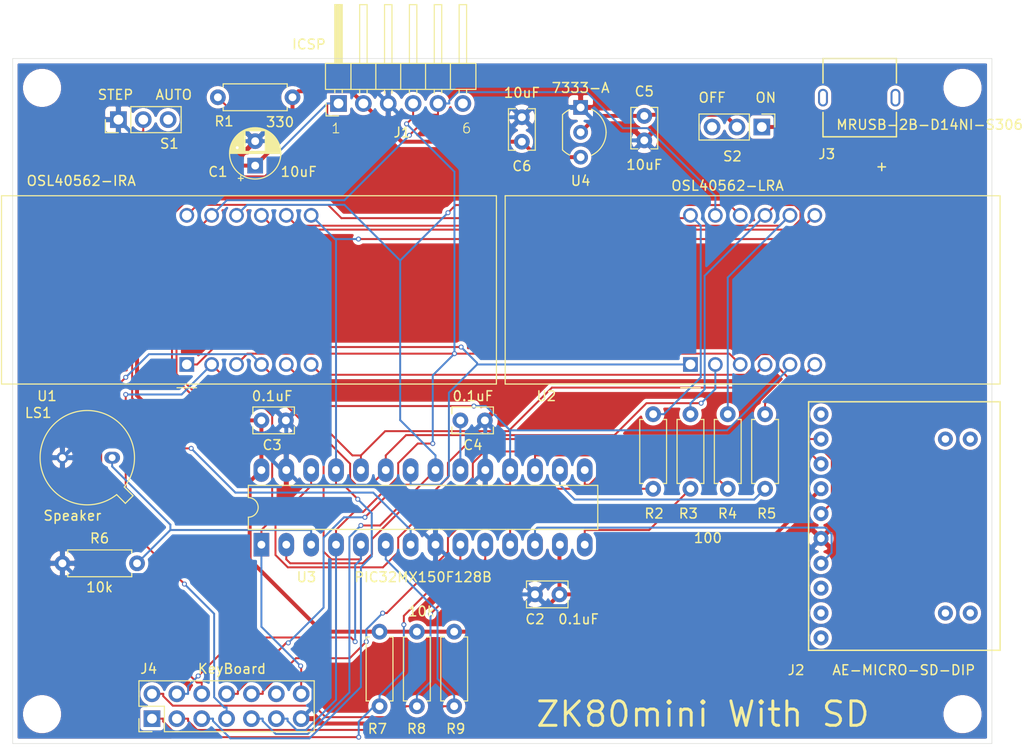
<source format=kicad_pcb>
(kicad_pcb (version 20171130) (host pcbnew "(5.1.9)-1")
  (layers (0 F.Cu signal) (31 B.Cu signal) (34 B.Paste user) (35 F.Paste user) (36 B.SilkS user) (37 F.SilkS user) (38 B.Mask user) (39 F.Mask user) (44 Edge.Cuts user))
  (net 0 "")
  (net 1 +3V3)
  (net 2 GND)
  (net 3 "Net-(C4-Pad1)")
  (net 4 "Net-(C5-Pad1)")
  (net 5 "Net-(J1-Pad1)")
  (net 6 "Net-(J1-Pad4)")
  (net 7 "Net-(J1-Pad5)")
  (net 8 "Net-(J2-Pad2)")
  (net 9 "Net-(J2-Pad3)")
  (net 10 "Net-(J2-Pad5)")
  (net 11 "Net-(J2-Pad7)")
  (net 12 "Net-(J3-Pad2)")
  (net 13 "Net-(J4-Pad1)")
  (net 14 "Net-(J4-Pad2)")
  (net 15 "Net-(J4-Pad3)")
  (net 16 "Net-(J4-Pad5)")
  (net 17 "Net-(J4-Pad6)")
  (net 18 "Net-(J4-Pad7)")
  (net 19 "Net-(J4-Pad8)")
  (net 20 "Net-(J4-Pad9)")
  (net 21 "Net-(J4-Pad10)")
  (net 22 "Net-(LS1-Pad1)")
  (net 23 "Net-(R2-Pad2)")
  (net 24 "Net-(R2-Pad1)")
  (net 25 "Net-(R3-Pad1)")
  (net 26 "Net-(R3-Pad2)")
  (net 27 "Net-(R4-Pad2)")
  (net 28 "Net-(R4-Pad1)")
  (net 29 "Net-(R5-Pad1)")
  (net 30 "Net-(R5-Pad2)")
  (net 31 "Net-(S1-Pad2)")
  (module MountingHole:MountingHole_3.2mm_M3 (layer F.Cu) (at 43 93)
    (fp_text reference MH4 hide)
    (fp_text value MountingHole_3.2mm_M3 hide)
    (pad 1 np_thru_hole circle (at 0 0) (size 3.2 3.2) (drill 3.2) (layers *.Cu *.Mask))
  )
  (module MountingHole:MountingHole_3.2mm_M3 (layer F.Cu) (at 137 93)
    (fp_text reference MH3 hide)
    (fp_text value MountingHole_3.2mm_M3 hide)
    (pad 1 np_thru_hole circle (at 0 0) (size 3.2 3.2) (drill 3.2) (layers *.Cu *.Mask))
  )
  (module MountingHole:MountingHole_3.2mm_M3 (layer F.Cu) (at 137 157)
    (fp_text reference MH2 hide)
    (fp_text value MountingHole_3.2mm_M3 hide)
    (pad 1 np_thru_hole circle (at 0 0) (size 3.2 3.2) (drill 3.2) (layers *.Cu *.Mask))
  )
  (module MountingHole:MountingHole_3.2mm_M3 (layer F.Cu) (at 43 157)
    (fp_text reference MH1 hide)
    (fp_text value MountingHole_3.2mm_M3 hide)
    (pad 1 np_thru_hole circle (at 0 0) (size 3.2 3.2) (drill 3.2) (layers *.Cu *.Mask))
  )
  (module Capacitor_THT:CP_Radial_D5.0mm_P2.50mm (layer F.Cu) (at 64.765 100.945 90)
    (fp_text reference C1 (at -0.635 -3.81) (layer F.SilkS))
    (fp_text value 10uF (at -0.635 4.445) (layer F.SilkS))
    (pad 1 thru_hole rect (at 0 0 90) (size 1.6 1.6) (drill 0.8) (layers *.Cu *.Mask) (net 1 +3V3))
    (pad 2 thru_hole circle (at 2.5 0 90) (size 1.6 1.6) (drill 0.8) (layers *.Cu *.Mask) (net 2 GND))
  )
  (module Capacitor_THT:C_Rect_L4.0mm_W2.5mm_P2.50mm (layer F.Cu) (at 93.34 144.76)
    (fp_text reference C2 (at 0 2.54) (layer F.SilkS))
    (fp_text value 0.1uF (at 4.445 2.54) (layer F.SilkS))
    (pad 1 thru_hole circle (at 0 0) (size 1.6 1.6) (drill 0.8) (layers *.Cu *.Mask) (net 2 GND))
    (pad 2 thru_hole circle (at 2.5 0) (size 1.6 1.6) (drill 0.8) (layers *.Cu *.Mask) (net 1 +3V3))
  )
  (module Capacitor_THT:C_Rect_L4.0mm_W2.5mm_P2.50mm (layer F.Cu) (at 65.4 126.98)
    (fp_text reference C3 (at 1.1 2.52) (layer F.SilkS))
    (fp_text value 0.1uF (at 1.1 -2.48) (layer F.SilkS))
    (pad 2 thru_hole circle (at 2.5 0) (size 1.6 1.6) (drill 0.8) (layers *.Cu *.Mask) (net 2 GND))
    (pad 1 thru_hole circle (at 0 0) (size 1.6 1.6) (drill 0.8) (layers *.Cu *.Mask) (net 1 +3V3))
  )
  (module Capacitor_THT:C_Rect_L4.0mm_W2.5mm_P2.50mm (layer F.Cu) (at 85.72 126.98)
    (fp_text reference C4 (at 1.28 2.52) (layer F.SilkS))
    (fp_text value 0.1uF (at 1.28 -2.48) (layer F.SilkS))
    (pad 1 thru_hole circle (at 0 0) (size 1.6 1.6) (drill 0.8) (layers *.Cu *.Mask) (net 3 "Net-(C4-Pad1)"))
    (pad 2 thru_hole circle (at 2.5 0) (size 1.6 1.6) (drill 0.8) (layers *.Cu *.Mask) (net 2 GND))
  )
  (module Capacitor_THT:C_Rect_L4.0mm_W2.5mm_P2.50mm (layer F.Cu) (at 104.5 95.865 270)
    (fp_text reference C5 (at -2.5 0 180) (layer F.SilkS))
    (fp_text value 10uF (at 5 0 180) (layer F.SilkS))
    (pad 2 thru_hole circle (at 2.5 0 270) (size 1.6 1.6) (drill 0.8) (layers *.Cu *.Mask) (net 2 GND))
    (pad 1 thru_hole circle (at 0 0 270) (size 1.6 1.6) (drill 0.8) (layers *.Cu *.Mask) (net 4 "Net-(C5-Pad1)"))
  )
  (module Capacitor_THT:C_Rect_L4.0mm_W2.5mm_P2.50mm (layer F.Cu) (at 92 98.5 90)
    (fp_text reference C6 (at -2.5 0 180) (layer F.SilkS))
    (fp_text value 10uF (at 5 0 180) (layer F.SilkS))
    (pad 1 thru_hole circle (at 0 0 90) (size 1.6 1.6) (drill 0.8) (layers *.Cu *.Mask) (net 1 +3V3))
    (pad 2 thru_hole circle (at 2.5 0 90) (size 1.6 1.6) (drill 0.8) (layers *.Cu *.Mask) (net 2 GND))
  )
  (module Connector_PinHeader_2.54mm:PinHeader_1x06_P2.54mm_Horizontal (layer F.Cu) (at 73.274 94.595 90)
    (fp_text reference J1 (at -2.96 6.48 180) (layer F.SilkS))
    (fp_text value ICSP (at 6.04 -3.02 180) (layer F.SilkS))
    (pad 1 thru_hole rect (at 0 0 90) (size 1.7 1.7) (drill 1) (layers *.Cu *.Mask) (net 5 "Net-(J1-Pad1)"))
    (pad 2 thru_hole oval (at 0 2.54 90) (size 1.7 1.7) (drill 1) (layers *.Cu *.Mask) (net 1 +3V3))
    (pad 3 thru_hole oval (at 0 5.08 90) (size 1.7 1.7) (drill 1) (layers *.Cu *.Mask) (net 2 GND))
    (pad 4 thru_hole oval (at 0 7.62 90) (size 1.7 1.7) (drill 1) (layers *.Cu *.Mask) (net 6 "Net-(J1-Pad4)"))
    (pad 5 thru_hole oval (at 0 10.16 90) (size 1.7 1.7) (drill 1) (layers *.Cu *.Mask) (net 7 "Net-(J1-Pad5)"))
    (pad 6 thru_hole oval (at 0 12.7 90) (size 1.7 1.7) (drill 1) (layers *.Cu *.Mask))
  )
  (module KUT_Connector:AE-MICRO-SD-DIP (layer F.Cu) (at 130.17 137.775 90)
    (fp_text reference J2 (at -14.725 -10.17 180) (layer F.SilkS))
    (fp_text value AE-MICRO-SD-DIP (at -14.725 0.83 180) (layer F.SilkS))
    (pad 1 thru_hole circle (at 11.43 -7.62 90) (size 1.524 1.524) (drill 0.762) (layers *.Cu *.Mask))
    (pad 2 thru_hole circle (at 8.89 -7.62 90) (size 1.524 1.524) (drill 0.762) (layers *.Cu *.Mask) (net 8 "Net-(J2-Pad2)"))
    (pad 3 thru_hole circle (at 6.35 -7.62 90) (size 1.524 1.524) (drill 0.762) (layers *.Cu *.Mask) (net 9 "Net-(J2-Pad3)"))
    (pad 4 thru_hole circle (at 3.81 -7.62 90) (size 1.524 1.524) (drill 0.762) (layers *.Cu *.Mask) (net 1 +3V3))
    (pad 5 thru_hole circle (at 1.27 -7.62 90) (size 1.524 1.524) (drill 0.762) (layers *.Cu *.Mask) (net 10 "Net-(J2-Pad5)"))
    (pad 6 thru_hole circle (at -1.27 -7.62 90) (size 1.524 1.524) (drill 0.762) (layers *.Cu *.Mask) (net 2 GND))
    (pad 7 thru_hole circle (at -3.81 -7.62 90) (size 1.524 1.524) (drill 0.762) (layers *.Cu *.Mask) (net 11 "Net-(J2-Pad7)"))
    (pad 8 thru_hole circle (at -6.35 -7.62 90) (size 1.524 1.524) (drill 0.762) (layers *.Cu *.Mask))
    (pad 9 thru_hole circle (at -8.89 -7.62 90) (size 1.524 1.524) (drill 0.762) (layers *.Cu *.Mask))
    (pad 10 thru_hole circle (at -11.43 -7.62 90) (size 1.524 1.524) (drill 0.762) (layers *.Cu *.Mask))
    (pad "" thru_hole circle (at 8.89 5.08 90) (size 1.524 1.524) (drill 0.762) (layers *.Cu *.Mask))
    (pad "" thru_hole circle (at 8.89 7.62 90) (size 1.524 1.524) (drill 0.762) (layers *.Cu *.Mask))
    (pad "" thru_hole circle (at -8.89 5.08 90) (size 1.524 1.524) (drill 0.762) (layers *.Cu *.Mask))
    (pad "" thru_hole circle (at -8.89 7.62 90) (size 1.524 1.524) (drill 0.762) (layers *.Cu *.Mask))
  )
  (module vsrAkizuki:MRUSB-2B-D14NI-S306 (layer F.Cu) (at 126.5 94)
    (fp_text reference J3 (at -3.36 5.77) (layer F.SilkS))
    (fp_text value MRUSB-2B-D14NI-S306 (at 7.14 2.77) (layer F.SilkS))
    (fp_text user + (at 2.25 7) (layer F.SilkS))
    (pad "" thru_hole oval (at -3.75 0) (size 1 1.8) (drill oval 0.6 1.4) (layers *.Cu *.Mask))
    (pad "" thru_hole oval (at 3.65 0) (size 1 1.8) (drill oval 0.6 1.4) (layers *.Cu *.Mask))
    (pad 1 smd rect (at -1.2 5.5) (size 0.7 3) (layers F.Cu F.Paste F.Mask) (net 2 GND))
    (pad 2 smd rect (at 1.2 5.5) (size 0.7 3) (layers F.Cu F.Paste F.Mask) (net 12 "Net-(J3-Pad2)"))
  )
  (module Connector_PinHeader_2.54mm:PinHeader_2x07_P2.54mm_Vertical (layer F.Cu) (at 54.224 157.46 90)
    (fp_text reference J4 (at 5.095 -0.335 180) (layer F.SilkS))
    (fp_text value KeyBoard (at 5.095 8.165 180) (layer F.SilkS))
    (pad 1 thru_hole rect (at 0 0 90) (size 1.7 1.7) (drill 1) (layers *.Cu *.Mask) (net 13 "Net-(J4-Pad1)"))
    (pad 2 thru_hole oval (at 2.54 0 90) (size 1.7 1.7) (drill 1) (layers *.Cu *.Mask) (net 14 "Net-(J4-Pad2)"))
    (pad 3 thru_hole oval (at 0 2.54 90) (size 1.7 1.7) (drill 1) (layers *.Cu *.Mask) (net 15 "Net-(J4-Pad3)"))
    (pad 4 thru_hole oval (at 2.54 2.54 90) (size 1.7 1.7) (drill 1) (layers *.Cu *.Mask) (net 7 "Net-(J1-Pad5)"))
    (pad 5 thru_hole oval (at 0 5.08 90) (size 1.7 1.7) (drill 1) (layers *.Cu *.Mask) (net 16 "Net-(J4-Pad5)"))
    (pad 6 thru_hole oval (at 2.54 5.08 90) (size 1.7 1.7) (drill 1) (layers *.Cu *.Mask) (net 17 "Net-(J4-Pad6)"))
    (pad 7 thru_hole oval (at 0 7.62 90) (size 1.7 1.7) (drill 1) (layers *.Cu *.Mask) (net 18 "Net-(J4-Pad7)"))
    (pad 8 thru_hole oval (at 2.54 7.62 90) (size 1.7 1.7) (drill 1) (layers *.Cu *.Mask) (net 19 "Net-(J4-Pad8)"))
    (pad 9 thru_hole oval (at 0 10.16 90) (size 1.7 1.7) (drill 1) (layers *.Cu *.Mask) (net 20 "Net-(J4-Pad9)"))
    (pad 10 thru_hole oval (at 2.54 10.16 90) (size 1.7 1.7) (drill 1) (layers *.Cu *.Mask) (net 21 "Net-(J4-Pad10)"))
    (pad 11 thru_hole oval (at 0 12.7 90) (size 1.7 1.7) (drill 1) (layers *.Cu *.Mask) (net 6 "Net-(J1-Pad4)"))
    (pad 12 thru_hole oval (at 2.54 12.7 90) (size 1.7 1.7) (drill 1) (layers *.Cu *.Mask))
    (pad 13 thru_hole oval (at 0 15.24 90) (size 1.7 1.7) (drill 1) (layers *.Cu *.Mask) (net 2 GND))
    (pad 14 thru_hole oval (at 2.54 15.24 90) (size 1.7 1.7) (drill 1) (layers *.Cu *.Mask) (net 5 "Net-(J1-Pad1)"))
  )
  (module Package_TO_SOT_THT:TO-5-2 (layer F.Cu) (at 50.16 130.79 180)
    (fp_text reference LS1 (at 7.555 4.575) (layer F.SilkS))
    (fp_text value Speaker (at 4.055 -5.925) (layer F.SilkS))
    (pad 1 thru_hole oval (at 0 0 180) (size 1.6 1.2) (drill 0.7) (layers *.Cu *.Mask) (net 22 "Net-(LS1-Pad1)"))
    (pad 2 thru_hole oval (at 5.08 0 180) (size 1.2 1.2) (drill 0.7) (layers *.Cu *.Mask) (net 2 GND))
  )
  (module Resistor_THT:R_Axial_DIN0207_L6.3mm_D2.5mm_P7.62mm_Horizontal (layer F.Cu) (at 60.955 93.96)
    (fp_text reference R1 (at 0.635 2.46) (layer F.SilkS))
    (fp_text value 330 (at 6.35 2.54) (layer F.SilkS))
    (pad 1 thru_hole circle (at 0 0) (size 1.6 1.6) (drill 0.8) (layers *.Cu *.Mask) (net 5 "Net-(J1-Pad1)"))
    (pad 2 thru_hole oval (at 7.62 0) (size 1.6 1.6) (drill 0.8) (layers *.Cu *.Mask) (net 1 +3V3))
  )
  (module Resistor_THT:R_Axial_DIN0207_L6.3mm_D2.5mm_P7.62mm_Horizontal (layer F.Cu) (at 105.405 133.965 90)
    (fp_text reference R2 (at -2.535 0.095 180) (layer F.SilkS))
    (fp_text value 100 (at -5.035 5.595 180) (layer F.SilkS))
    (pad 2 thru_hole oval (at 7.62 0 90) (size 1.6 1.6) (drill 0.8) (layers *.Cu *.Mask) (net 23 "Net-(R2-Pad2)"))
    (pad 1 thru_hole circle (at 0 0 90) (size 1.6 1.6) (drill 0.8) (layers *.Cu *.Mask) (net 24 "Net-(R2-Pad1)"))
  )
  (module Resistor_THT:R_Axial_DIN0207_L6.3mm_D2.5mm_P7.62mm_Horizontal (layer F.Cu) (at 109.215 133.965 90)
    (fp_text reference R3 (at -2.535 -0.215 180) (layer F.SilkS))
    (fp_text value 100)
    (pad 1 thru_hole circle (at 0 0 90) (size 1.6 1.6) (drill 0.8) (layers *.Cu *.Mask) (net 25 "Net-(R3-Pad1)"))
    (pad 2 thru_hole oval (at 7.62 0 90) (size 1.6 1.6) (drill 0.8) (layers *.Cu *.Mask) (net 26 "Net-(R3-Pad2)"))
  )
  (module Resistor_THT:R_Axial_DIN0207_L6.3mm_D2.5mm_P7.62mm_Horizontal (layer F.Cu) (at 113.025 133.965 90)
    (fp_text reference R4 (at -2.535 -0.025 180) (layer F.SilkS))
    (fp_text value 100)
    (pad 2 thru_hole oval (at 7.62 0 90) (size 1.6 1.6) (drill 0.8) (layers *.Cu *.Mask) (net 27 "Net-(R4-Pad2)"))
    (pad 1 thru_hole circle (at 0 0 90) (size 1.6 1.6) (drill 0.8) (layers *.Cu *.Mask) (net 28 "Net-(R4-Pad1)"))
  )
  (module Resistor_THT:R_Axial_DIN0207_L6.3mm_D2.5mm_P7.62mm_Horizontal (layer F.Cu) (at 116.835 133.965 90)
    (fp_text reference R5 (at -2.535 0.165 180) (layer F.SilkS))
    (fp_text value 100)
    (pad 1 thru_hole circle (at 0 0 90) (size 1.6 1.6) (drill 0.8) (layers *.Cu *.Mask) (net 29 "Net-(R5-Pad1)"))
    (pad 2 thru_hole oval (at 7.62 0 90) (size 1.6 1.6) (drill 0.8) (layers *.Cu *.Mask) (net 30 "Net-(R5-Pad2)"))
  )
  (module Resistor_THT:R_Axial_DIN0207_L6.3mm_D2.5mm_P7.62mm_Horizontal (layer F.Cu) (at 52.7 141.585 180)
    (fp_text reference R6 (at 3.825 2.55) (layer F.SilkS))
    (fp_text value 10k (at 3.825 -2.45) (layer F.SilkS))
    (pad 1 thru_hole circle (at 0 0 180) (size 1.6 1.6) (drill 0.8) (layers *.Cu *.Mask) (net 22 "Net-(LS1-Pad1)"))
    (pad 2 thru_hole oval (at 7.62 0 180) (size 1.6 1.6) (drill 0.8) (layers *.Cu *.Mask) (net 2 GND))
  )
  (module Resistor_THT:R_Axial_DIN0207_L6.3mm_D2.5mm_P7.62mm_Horizontal (layer F.Cu) (at 77.465 148.57 270)
    (fp_text reference R7 (at 9.93 0.22) (layer F.SilkS))
    (fp_text value 10k (at -2.07 -4.28) (layer F.SilkS))
    (pad 2 thru_hole oval (at 7.62 0 270) (size 1.6 1.6) (drill 0.8) (layers *.Cu *.Mask) (net 13 "Net-(J4-Pad1)"))
    (pad 1 thru_hole circle (at 0 0 270) (size 1.6 1.6) (drill 0.8) (layers *.Cu *.Mask) (net 1 +3V3))
  )
  (module Resistor_THT:R_Axial_DIN0207_L6.3mm_D2.5mm_P7.62mm_Horizontal (layer F.Cu) (at 81.275 148.57 270)
    (fp_text reference R8 (at 9.93 0.03) (layer F.SilkS))
    (fp_text value 10k)
    (pad 1 thru_hole circle (at 0 0 270) (size 1.6 1.6) (drill 0.8) (layers *.Cu *.Mask) (net 1 +3V3))
    (pad 2 thru_hole oval (at 7.62 0 270) (size 1.6 1.6) (drill 0.8) (layers *.Cu *.Mask) (net 14 "Net-(J4-Pad2)"))
  )
  (module Resistor_THT:R_Axial_DIN0207_L6.3mm_D2.5mm_P7.62mm_Horizontal (layer F.Cu) (at 85.085 148.57 270)
    (fp_text reference R9 (at 9.93 -0.16) (layer F.SilkS))
    (fp_text value 10k)
    (pad 2 thru_hole oval (at 7.62 0 270) (size 1.6 1.6) (drill 0.8) (layers *.Cu *.Mask) (net 15 "Net-(J4-Pad3)"))
    (pad 1 thru_hole circle (at 0 0 270) (size 1.6 1.6) (drill 0.8) (layers *.Cu *.Mask) (net 1 +3V3))
  )
  (module Connector_PinHeader_2.54mm:PinHeader_1x03_P2.54mm_Vertical (layer F.Cu) (at 50.795 96.246 90)
    (fp_text reference S1 (at -2.46 5.205 180) (layer F.SilkS))
    (fp_text value "STEP   AUTO" (at 2.54 2.705 180) (layer F.SilkS))
    (pad 3 thru_hole oval (at 0 5.08 90) (size 1.7 1.7) (drill 1) (layers *.Cu *.Mask))
    (pad 2 thru_hole oval (at 0 2.54 90) (size 1.7 1.7) (drill 1) (layers *.Cu *.Mask) (net 31 "Net-(S1-Pad2)"))
    (pad 1 thru_hole rect (at 0 0 90) (size 1.7 1.7) (drill 1) (layers *.Cu *.Mask) (net 2 GND))
  )
  (module Connector_PinHeader_2.54mm:PinHeader_1x03_P2.54mm_Vertical (layer F.Cu) (at 116.5 97 270)
    (fp_text reference S2 (at 3 3) (layer F.SilkS))
    (fp_text value "OFF    ON" (at -3 2.5) (layer F.SilkS))
    (pad 1 thru_hole rect (at 0 0 270) (size 1.7 1.7) (drill 1) (layers *.Cu *.Mask) (net 12 "Net-(J3-Pad2)"))
    (pad 2 thru_hole oval (at 0 2.54 270) (size 1.7 1.7) (drill 1) (layers *.Cu *.Mask) (net 4 "Net-(C5-Pad1)"))
    (pad 3 thru_hole oval (at 0 5.08 270) (size 1.7 1.7) (drill 1) (layers *.Cu *.Mask))
  )
  (module Display_7Segment:CA56-12EWA (layer F.Cu) (at 57.78 121.265 90)
    (fp_text reference U1 (at -3.235 -14.28 180) (layer F.SilkS))
    (fp_text value OSL40562-IRA (at 18.765 -10.78 180) (layer F.SilkS))
    (pad 12 thru_hole circle (at 15.24 0 90) (size 1.5 1.5) (drill 1) (layers *.Cu *.Mask) (net 23 "Net-(R2-Pad2)"))
    (pad 11 thru_hole circle (at 15.24 2.54 90) (size 1.5 1.5) (drill 1) (layers *.Cu *.Mask) (net 7 "Net-(J1-Pad5)"))
    (pad 10 thru_hole circle (at 15.24 5.08 90) (size 1.5 1.5) (drill 1) (layers *.Cu *.Mask) (net 20 "Net-(J4-Pad9)"))
    (pad 9 thru_hole circle (at 15.24 7.62 90) (size 1.5 1.5) (drill 1) (layers *.Cu *.Mask) (net 26 "Net-(R3-Pad2)"))
    (pad 8 thru_hole circle (at 15.24 10.16 90) (size 1.5 1.5) (drill 1) (layers *.Cu *.Mask) (net 27 "Net-(R4-Pad2)"))
    (pad 7 thru_hole circle (at 15.24 12.7 90) (size 1.5 1.5) (drill 1) (layers *.Cu *.Mask) (net 16 "Net-(J4-Pad5)"))
    (pad 6 thru_hole circle (at 0 12.7 90) (size 1.5 1.5) (drill 1) (layers *.Cu *.Mask) (net 30 "Net-(R5-Pad2)"))
    (pad 5 thru_hole circle (at 0 10.16 90) (size 1.5 1.5) (drill 1) (layers *.Cu *.Mask) (net 21 "Net-(J4-Pad10)"))
    (pad 4 thru_hole circle (at 0 7.62 90) (size 1.5 1.5) (drill 1) (layers *.Cu *.Mask) (net 17 "Net-(J4-Pad6)"))
    (pad 3 thru_hole circle (at 0 5.08 90) (size 1.5 1.5) (drill 1) (layers *.Cu *.Mask) (net 6 "Net-(J1-Pad4)"))
    (pad 2 thru_hole circle (at 0 2.54 90) (size 1.5 1.5) (drill 1) (layers *.Cu *.Mask) (net 18 "Net-(J4-Pad7)"))
    (pad 1 thru_hole rect (at 0 0 90) (size 1.5 1.5) (drill 1) (layers *.Cu *.Mask) (net 19 "Net-(J4-Pad8)"))
  )
  (module Display_7Segment:CA56-12EWA (layer F.Cu) (at 109.215 121.265 90)
    (fp_text reference U2 (at -3.235 -14.715 180) (layer F.SilkS))
    (fp_text value OSL40562-LRA (at 18.265 3.785 180) (layer F.SilkS))
    (pad 1 thru_hole rect (at 0 0 90) (size 1.5 1.5) (drill 1) (layers *.Cu *.Mask) (net 19 "Net-(J4-Pad8)"))
    (pad 2 thru_hole circle (at 0 2.54 90) (size 1.5 1.5) (drill 1) (layers *.Cu *.Mask) (net 18 "Net-(J4-Pad7)"))
    (pad 3 thru_hole circle (at 0 5.08 90) (size 1.5 1.5) (drill 1) (layers *.Cu *.Mask) (net 6 "Net-(J1-Pad4)"))
    (pad 4 thru_hole circle (at 0 7.62 90) (size 1.5 1.5) (drill 1) (layers *.Cu *.Mask) (net 17 "Net-(J4-Pad6)"))
    (pad 5 thru_hole circle (at 0 10.16 90) (size 1.5 1.5) (drill 1) (layers *.Cu *.Mask) (net 21 "Net-(J4-Pad10)"))
    (pad 6 thru_hole circle (at 0 12.7 90) (size 1.5 1.5) (drill 1) (layers *.Cu *.Mask) (net 30 "Net-(R5-Pad2)"))
    (pad 7 thru_hole circle (at 15.24 12.7 90) (size 1.5 1.5) (drill 1) (layers *.Cu *.Mask) (net 16 "Net-(J4-Pad5)"))
    (pad 8 thru_hole circle (at 15.24 10.16 90) (size 1.5 1.5) (drill 1) (layers *.Cu *.Mask) (net 27 "Net-(R4-Pad2)"))
    (pad 9 thru_hole circle (at 15.24 7.62 90) (size 1.5 1.5) (drill 1) (layers *.Cu *.Mask) (net 26 "Net-(R3-Pad2)"))
    (pad 10 thru_hole circle (at 15.24 5.08 90) (size 1.5 1.5) (drill 1) (layers *.Cu *.Mask) (net 20 "Net-(J4-Pad9)"))
    (pad 11 thru_hole circle (at 15.24 2.54 90) (size 1.5 1.5) (drill 1) (layers *.Cu *.Mask) (net 7 "Net-(J1-Pad5)"))
    (pad 12 thru_hole circle (at 15.24 0 90) (size 1.5 1.5) (drill 1) (layers *.Cu *.Mask) (net 23 "Net-(R2-Pad2)"))
  )
  (module Package_DIP:DIP-28_W7.62mm_LongPads (layer F.Cu) (at 65.4 139.68 90)
    (fp_text reference U3 (at -3.32 4.6 180) (layer F.SilkS))
    (fp_text value PIC32MX150F128B (at -3.32 16.51 180) (layer F.SilkS))
    (pad 1 thru_hole rect (at 0 0 90) (size 2.4 1.6) (drill 0.8) (layers *.Cu *.Mask) (net 5 "Net-(J1-Pad1)"))
    (pad 15 thru_hole oval (at 7.62 33.02 90) (size 2.4 1.6) (drill 0.8) (layers *.Cu *.Mask) (net 28 "Net-(R4-Pad1)"))
    (pad 2 thru_hole oval (at 0 2.54 90) (size 2.4 1.6) (drill 0.8) (layers *.Cu *.Mask) (net 8 "Net-(J2-Pad2)"))
    (pad 16 thru_hole oval (at 7.62 30.48 90) (size 2.4 1.6) (drill 0.8) (layers *.Cu *.Mask) (net 29 "Net-(R5-Pad1)"))
    (pad 3 thru_hole oval (at 0 5.08 90) (size 2.4 1.6) (drill 0.8) (layers *.Cu *.Mask) (net 22 "Net-(LS1-Pad1)"))
    (pad 17 thru_hole oval (at 7.62 27.94 90) (size 2.4 1.6) (drill 0.8) (layers *.Cu *.Mask) (net 9 "Net-(J2-Pad3)"))
    (pad 4 thru_hole oval (at 0 7.62 90) (size 2.4 1.6) (drill 0.8) (layers *.Cu *.Mask) (net 6 "Net-(J1-Pad4)"))
    (pad 18 thru_hole oval (at 7.62 25.4 90) (size 2.4 1.6) (drill 0.8) (layers *.Cu *.Mask) (net 21 "Net-(J4-Pad10)"))
    (pad 5 thru_hole oval (at 0 10.16 90) (size 2.4 1.6) (drill 0.8) (layers *.Cu *.Mask) (net 7 "Net-(J1-Pad5)"))
    (pad 19 thru_hole oval (at 7.62 22.86 90) (size 2.4 1.6) (drill 0.8) (layers *.Cu *.Mask) (net 2 GND))
    (pad 6 thru_hole oval (at 0 12.7 90) (size 2.4 1.6) (drill 0.8) (layers *.Cu *.Mask) (net 15 "Net-(J4-Pad3)"))
    (pad 20 thru_hole oval (at 7.62 20.32 90) (size 2.4 1.6) (drill 0.8) (layers *.Cu *.Mask) (net 3 "Net-(C4-Pad1)"))
    (pad 7 thru_hole oval (at 0 15.24 90) (size 2.4 1.6) (drill 0.8) (layers *.Cu *.Mask) (net 31 "Net-(S1-Pad2)"))
    (pad 21 thru_hole oval (at 7.62 17.78 90) (size 2.4 1.6) (drill 0.8) (layers *.Cu *.Mask) (net 20 "Net-(J4-Pad9)"))
    (pad 8 thru_hole oval (at 0 17.78 90) (size 2.4 1.6) (drill 0.8) (layers *.Cu *.Mask) (net 2 GND))
    (pad 22 thru_hole oval (at 7.62 15.24 90) (size 2.4 1.6) (drill 0.8) (layers *.Cu *.Mask) (net 19 "Net-(J4-Pad8)"))
    (pad 9 thru_hole oval (at 0 20.32 90) (size 2.4 1.6) (drill 0.8) (layers *.Cu *.Mask) (net 13 "Net-(J4-Pad1)"))
    (pad 23 thru_hole oval (at 7.62 12.7 90) (size 2.4 1.6) (drill 0.8) (layers *.Cu *.Mask) (net 18 "Net-(J4-Pad7)"))
    (pad 10 thru_hole oval (at 0 22.86 90) (size 2.4 1.6) (drill 0.8) (layers *.Cu *.Mask) (net 14 "Net-(J4-Pad2)"))
    (pad 24 thru_hole oval (at 7.62 10.16 90) (size 2.4 1.6) (drill 0.8) (layers *.Cu *.Mask) (net 17 "Net-(J4-Pad6)"))
    (pad 11 thru_hole oval (at 0 25.4 90) (size 2.4 1.6) (drill 0.8) (layers *.Cu *.Mask) (net 24 "Net-(R2-Pad1)"))
    (pad 25 thru_hole oval (at 7.62 7.62 90) (size 2.4 1.6) (drill 0.8) (layers *.Cu *.Mask) (net 16 "Net-(J4-Pad5)"))
    (pad 12 thru_hole oval (at 0 27.94 90) (size 2.4 1.6) (drill 0.8) (layers *.Cu *.Mask) (net 11 "Net-(J2-Pad7)"))
    (pad 26 thru_hole oval (at 7.62 5.08 90) (size 2.4 1.6) (drill 0.8) (layers *.Cu *.Mask) (net 10 "Net-(J2-Pad5)"))
    (pad 13 thru_hole oval (at 0 30.48 90) (size 2.4 1.6) (drill 0.8) (layers *.Cu *.Mask) (net 1 +3V3))
    (pad 27 thru_hole oval (at 7.62 2.54 90) (size 2.4 1.6) (drill 0.8) (layers *.Cu *.Mask) (net 2 GND))
    (pad 14 thru_hole oval (at 0 33.02 90) (size 2.4 1.6) (drill 0.8) (layers *.Cu *.Mask) (net 25 "Net-(R3-Pad1)"))
    (pad 28 thru_hole oval (at 7.62 0 90) (size 2.4 1.6) (drill 0.8) (layers *.Cu *.Mask) (net 1 +3V3))
  )
  (module Package_TO_SOT_THT:TO-92_Inline_Wide (layer F.Cu) (at 98 95 270)
    (fp_text reference U4 (at 7.5 0) (layer F.SilkS))
    (fp_text value 7333-A (at -2 0) (layer F.SilkS))
    (pad 2 thru_hole circle (at 2.54 0 270) (size 1.5 1.5) (drill 0.8) (layers *.Cu *.Mask) (net 4 "Net-(C5-Pad1)"))
    (pad 3 thru_hole circle (at 5.08 0 270) (size 1.5 1.5) (drill 0.8) (layers *.Cu *.Mask) (net 1 +3V3))
    (pad 1 thru_hole rect (at 0 0 270) (size 1.5 1.5) (drill 0.8) (layers *.Cu *.Mask) (net 2 GND))
  )
  (gr_text 6 (at 86.355 97.135) (layer F.SilkS) (effects (font (size 1 1) (thickness 0.1))))
  (gr_text 1 (at 73.02 97.135) (layer F.SilkS) (effects (font (size 1 1) (thickness 0.1))))
  (gr_text "ZK80mini With SD" (at 110.485 157) (layer F.SilkS) (effects (font (size 2.5 2.5) (thickness 0.3))))
  (gr_line (start 40 90) (end 40 160) (angle 90) (layer Edge.Cuts) (width 0.05))
  (gr_line (start 140 90) (end 40 90) (angle 90) (layer Edge.Cuts) (width 0.05))
  (gr_line (start 140 160) (end 140 90) (angle 90) (layer Edge.Cuts) (width 0.05))
  (gr_line (start 40 160) (end 140 160) (layer Edge.Cuts) (width 0.05))
  (segment (start 81.275 148.57) (end 85.085 148.57) (width 0.4) (layer F.Cu) (net 1))
  (segment (start 77.465 148.57) (end 81.275 148.57) (width 0.4) (layer F.Cu) (net 1))
  (segment (start 95.84 144.76) (end 111.755 144.76) (width 0.4) (layer F.Cu) (net 1))
  (segment (start 111.755 144.76) (end 122.55 133.965) (width 0.4) (layer F.Cu) (net 1))
  (segment (start 95.84 144.76) (end 95.84 139.72) (width 0.4) (layer F.Cu) (net 1))
  (segment (start 95.84 139.72) (end 95.88 139.68) (width 0.4) (layer F.Cu) (net 1))
  (segment (start 85.085 148.57) (end 92.03 148.57) (width 0.4) (layer F.Cu) (net 1))
  (segment (start 92.03 148.57) (end 95.84 144.76) (width 0.4) (layer F.Cu) (net 1))
  (segment (start 65.4 132.06) (end 64.2 133.26) (width 0.4) (layer F.Cu) (net 1))
  (segment (start 64.2 133.26) (end 64.2 141.2) (width 0.4) (layer F.Cu) (net 1))
  (segment (start 64.2 141.2) (end 71.57 148.57) (width 0.4) (layer F.Cu) (net 1))
  (segment (start 71.57 148.57) (end 77.465 148.57) (width 0.4) (layer F.Cu) (net 1))
  (segment (start 65.4 126.98) (end 65.4 132.06) (width 0.4) (layer F.Cu) (net 1))
  (segment (start 64.765 100.945) (end 55.24 100.945) (width 0.4) (layer F.Cu) (net 1))
  (segment (start 55.24 100.945) (end 52.7 103.485) (width 0.4) (layer F.Cu) (net 1))
  (segment (start 52.7 103.485) (end 52.7 124.44) (width 0.4) (layer F.Cu) (net 1))
  (segment (start 52.7 124.44) (end 55.24 126.98) (width 0.4) (layer F.Cu) (net 1))
  (segment (start 55.24 126.98) (end 65.4 126.98) (width 0.4) (layer F.Cu) (net 1))
  (segment (start 68.575 93.96) (end 68.575 97.135) (width 0.4) (layer F.Cu) (net 1))
  (segment (start 68.575 97.135) (end 64.765 100.945) (width 0.4) (layer F.Cu) (net 1))
  (segment (start 75.814 94.595) (end 74.564 93.345) (width 0.4) (layer F.Cu) (net 1))
  (segment (start 74.564 93.345) (end 69.19 93.345) (width 0.4) (layer F.Cu) (net 1))
  (segment (start 69.19 93.345) (end 68.575 93.96) (width 0.4) (layer F.Cu) (net 1))
  (segment (start 92 98.5) (end 79.719 98.5) (width 0.4) (layer F.Cu) (net 1))
  (segment (start 79.719 98.5) (end 75.814 94.595) (width 0.4) (layer F.Cu) (net 1))
  (segment (start 98 100.08) (end 93.58 100.08) (width 0.4) (layer F.Cu) (net 1))
  (segment (start 93.58 100.08) (end 92 98.5) (width 0.4) (layer F.Cu) (net 1))
  (segment (start 45.08 141.585) (end 46.28 142.785) (width 0.4) (layer B.Cu) (net 2))
  (segment (start 46.28 142.785) (end 59.179 142.785) (width 0.4) (layer B.Cu) (net 2))
  (segment (start 59.179 142.785) (end 70.714 154.32) (width 0.4) (layer B.Cu) (net 2))
  (segment (start 70.714 154.32) (end 70.714 156.21) (width 0.4) (layer B.Cu) (net 2))
  (segment (start 70.714 156.21) (end 69.464 157.46) (width 0.4) (layer B.Cu) (net 2))
  (segment (start 93.34 144.76) (end 94.54 145.96) (width 0.4) (layer B.Cu) (net 2))
  (segment (start 94.54 145.96) (end 115.635 145.96) (width 0.4) (layer B.Cu) (net 2))
  (segment (start 115.635 145.96) (end 122.55 139.045) (width 0.4) (layer B.Cu) (net 2))
  (segment (start 83.18 139.68) (end 88.26 144.76) (width 0.4) (layer B.Cu) (net 2))
  (segment (start 88.26 144.76) (end 93.34 144.76) (width 0.4) (layer B.Cu) (net 2))
  (segment (start 88.26 132.06) (end 88.26 127.02) (width 0.4) (layer B.Cu) (net 2))
  (segment (start 88.26 127.02) (end 88.22 126.98) (width 0.4) (layer B.Cu) (net 2))
  (segment (start 83.18 139.68) (end 83.18 137.14) (width 0.4) (layer B.Cu) (net 2))
  (segment (start 83.18 137.14) (end 88.26 132.06) (width 0.4) (layer B.Cu) (net 2))
  (segment (start 67.94 132.06) (end 69.54 133.66) (width 0.4) (layer B.Cu) (net 2))
  (segment (start 69.54 133.66) (end 77.16 133.66) (width 0.4) (layer B.Cu) (net 2))
  (segment (start 77.16 133.66) (end 83.18 139.68) (width 0.4) (layer B.Cu) (net 2))
  (segment (start 67.94 132.06) (end 67.94 127.02) (width 0.4) (layer B.Cu) (net 2))
  (segment (start 67.94 127.02) (end 67.9 126.98) (width 0.4) (layer B.Cu) (net 2))
  (segment (start 50.795 125.075) (end 60.5121 125.075) (width 0.4) (layer B.Cu) (net 2))
  (segment (start 60.5121 125.075) (end 67.4971 132.06) (width 0.4) (layer B.Cu) (net 2))
  (segment (start 67.4971 132.06) (end 67.94 132.06) (width 0.4) (layer B.Cu) (net 2))
  (segment (start 45.08 130.79) (end 45.08 141.585) (width 0.4) (layer B.Cu) (net 2))
  (segment (start 50.795 96.246) (end 50.795 125.075) (width 0.4) (layer B.Cu) (net 2))
  (segment (start 50.795 125.075) (end 45.08 130.79) (width 0.4) (layer B.Cu) (net 2))
  (segment (start 64.765 98.445) (end 52.994 98.445) (width 0.4) (layer B.Cu) (net 2))
  (segment (start 52.994 98.445) (end 50.795 96.246) (width 0.4) (layer B.Cu) (net 2))
  (segment (start 78.354 94.595) (end 77.104 93.345) (width 0.4) (layer B.Cu) (net 2))
  (segment (start 77.104 93.345) (end 70.9964 93.345) (width 0.4) (layer B.Cu) (net 2))
  (segment (start 70.9964 93.345) (end 65.8964 98.445) (width 0.4) (layer B.Cu) (net 2))
  (segment (start 65.8964 98.445) (end 64.765 98.445) (width 0.4) (layer B.Cu) (net 2))
  (segment (start 92 96) (end 79.759 96) (width 0.4) (layer B.Cu) (net 2))
  (segment (start 79.759 96) (end 78.354 94.595) (width 0.4) (layer B.Cu) (net 2))
  (segment (start 98 95) (end 93 95) (width 0.4) (layer B.Cu) (net 2))
  (segment (start 93 95) (end 92 96) (width 0.4) (layer B.Cu) (net 2))
  (segment (start 104.5 98.365) (end 101.365 98.365) (width 0.4) (layer B.Cu) (net 2))
  (segment (start 101.365 98.365) (end 98 95) (width 0.4) (layer B.Cu) (net 2))
  (segment (start 125.3 99.5) (end 105.635 99.5) (width 0.4) (layer F.Cu) (net 2))
  (segment (start 105.635 99.5) (end 104.5 98.365) (width 0.4) (layer F.Cu) (net 2))
  (segment (start 104.75 98.25) (end 104.5 98.5) (width 0.4) (layer F.Cu) (net 2))
  (segment (start 85.72 132.06) (end 85.72 126.98) (width 0.2) (layer B.Cu) (net 3))
  (segment (start 104.5 95.865) (end 99.675 95.865) (width 0.4) (layer F.Cu) (net 4))
  (segment (start 99.675 95.865) (end 98 97.54) (width 0.4) (layer F.Cu) (net 4))
  (segment (start 113.96 97) (end 112.71 95.75) (width 0.4) (layer F.Cu) (net 4))
  (segment (start 112.71 95.75) (end 104.615 95.75) (width 0.4) (layer F.Cu) (net 4))
  (segment (start 104.615 95.75) (end 104.5 95.865) (width 0.4) (layer F.Cu) (net 4))
  (segment (start 69.4072 152.0738) (end 69.464 152.1306) (width 0.2) (layer F.Cu) (net 5))
  (segment (start 69.464 152.1306) (end 69.464 154.92) (width 0.2) (layer F.Cu) (net 5))
  (segment (start 65.4 139.68) (end 65.4 148.0666) (width 0.2) (layer B.Cu) (net 5))
  (segment (start 65.4 148.0666) (end 69.4072 152.0738) (width 0.2) (layer B.Cu) (net 5))
  (segment (start 72.1237 94.595) (end 72.1237 95.6734) (width 0.2) (layer F.Cu) (net 5))
  (segment (start 72.1237 95.6734) (end 65.7518 102.0453) (width 0.2) (layer F.Cu) (net 5))
  (segment (start 65.7518 102.0453) (end 60.2565 102.0453) (width 0.2) (layer F.Cu) (net 5))
  (segment (start 60.2565 102.0453) (end 56.2679 106.0339) (width 0.2) (layer F.Cu) (net 5))
  (segment (start 56.2679 106.0339) (end 56.2679 122.353) (width 0.2) (layer F.Cu) (net 5))
  (segment (start 56.2679 122.353) (end 59.384 125.4691) (width 0.2) (layer F.Cu) (net 5))
  (segment (start 59.384 125.4691) (end 65.4752 125.4691) (width 0.2) (layer F.Cu) (net 5))
  (segment (start 65.4752 125.4691) (end 66.5004 126.4943) (width 0.2) (layer F.Cu) (net 5))
  (segment (start 66.5004 126.4943) (end 66.5004 137.0793) (width 0.2) (layer F.Cu) (net 5))
  (segment (start 66.5004 137.0793) (end 65.4 138.1797) (width 0.2) (layer F.Cu) (net 5))
  (segment (start 73.274 94.595) (end 72.1237 94.595) (width 0.2) (layer B.Cu) (net 5))
  (segment (start 62.9305 99.1137) (end 63.3774 99.5606) (width 0.2) (layer B.Cu) (net 5))
  (segment (start 63.3774 99.5606) (end 67.1581 99.5606) (width 0.2) (layer B.Cu) (net 5))
  (segment (start 67.1581 99.5606) (end 72.1237 94.595) (width 0.2) (layer B.Cu) (net 5))
  (segment (start 60.955 93.96) (end 62.9305 95.9355) (width 0.2) (layer F.Cu) (net 5))
  (segment (start 62.9305 95.9355) (end 62.9305 99.1137) (width 0.2) (layer F.Cu) (net 5))
  (segment (start 73.274 94.595) (end 72.1237 94.595) (width 0.2) (layer F.Cu) (net 5))
  (segment (start 65.4 139.68) (end 65.4 138.1797) (width 0.2) (layer F.Cu) (net 5))
  (via (at 69.4072 152.0738) (size 0.5) (layers F.Cu B.Cu) (net 5))
  (via (at 62.9305 99.1137) (size 0.5) (layers F.Cu B.Cu) (net 5))
  (segment (start 73.02 139.68) (end 73.02 138.1797) (width 0.2) (layer F.Cu) (net 6))
  (segment (start 82.899 129.3456) (end 82.899 122.3734) (width 0.2) (layer B.Cu) (net 6))
  (segment (start 82.899 122.3734) (end 85.114 120.1584) (width 0.2) (layer B.Cu) (net 6))
  (segment (start 73.02 138.1797) (end 74.8681 136.3316) (width 0.2) (layer F.Cu) (net 6))
  (segment (start 74.8681 136.3316) (end 75.7891 136.3316) (width 0.2) (layer F.Cu) (net 6))
  (segment (start 75.7891 136.3316) (end 79.37 132.7507) (width 0.2) (layer F.Cu) (net 6))
  (segment (start 79.37 132.7507) (end 79.37 131.3384) (width 0.2) (layer F.Cu) (net 6))
  (segment (start 79.37 131.3384) (end 81.3628 129.3456) (width 0.2) (layer F.Cu) (net 6))
  (segment (start 81.3628 129.3456) (end 82.899 129.3456) (width 0.2) (layer F.Cu) (net 6))
  (segment (start 85.114 120.1584) (end 63.9666 120.1584) (width 0.2) (layer F.Cu) (net 6))
  (segment (start 63.9666 120.1584) (end 62.86 121.265) (width 0.2) (layer F.Cu) (net 6))
  (segment (start 66.924 157.46) (end 68.0743 157.46) (width 0.2) (layer B.Cu) (net 6))
  (segment (start 73.02 139.68) (end 73.02 155.544) (width 0.2) (layer B.Cu) (net 6))
  (segment (start 73.02 155.544) (end 69.9408 158.6232) (width 0.2) (layer B.Cu) (net 6))
  (segment (start 69.9408 158.6232) (end 68.9991 158.6232) (width 0.2) (layer B.Cu) (net 6))
  (segment (start 68.9991 158.6232) (end 68.0743 157.6984) (width 0.2) (layer B.Cu) (net 6))
  (segment (start 68.0743 157.6984) (end 68.0743 157.46) (width 0.2) (layer B.Cu) (net 6))
  (segment (start 114.295 121.265) (end 113.1884 120.1584) (width 0.2) (layer F.Cu) (net 6))
  (segment (start 113.1884 120.1584) (end 85.114 120.1584) (width 0.2) (layer F.Cu) (net 6))
  (segment (start 80.226 96.6809) (end 80.894 96.0129) (width 0.2) (layer F.Cu) (net 6))
  (segment (start 80.894 96.0129) (end 80.894 94.595) (width 0.2) (layer F.Cu) (net 6))
  (segment (start 85.114 120.1584) (end 85.114 101.5689) (width 0.2) (layer B.Cu) (net 6))
  (segment (start 85.114 101.5689) (end 80.226 96.6809) (width 0.2) (layer B.Cu) (net 6))
  (via (at 82.899 129.3456) (size 0.5) (layers F.Cu B.Cu) (net 6))
  (via (at 80.226 96.6809) (size 0.5) (layers F.Cu B.Cu) (net 6))
  (via (at 85.114 120.1584) (size 0.5) (layers F.Cu B.Cu) (net 6))
  (segment (start 75.56 139.68) (end 75.56 141.1803) (width 0.2) (layer F.Cu) (net 7))
  (segment (start 75.56 141.1803) (end 72.546 141.1803) (width 0.2) (layer F.Cu) (net 7))
  (segment (start 72.546 141.1803) (end 71.75 140.3843) (width 0.2) (layer F.Cu) (net 7))
  (segment (start 71.75 140.3843) (end 71.75 129.263) (width 0.2) (layer F.Cu) (net 7))
  (segment (start 71.75 129.263) (end 66.9846 124.4976) (width 0.2) (layer F.Cu) (net 7))
  (segment (start 66.9846 124.4976) (end 58.9788 124.4976) (width 0.2) (layer F.Cu) (net 7))
  (segment (start 58.9788 124.4976) (end 56.7296 122.2484) (width 0.2) (layer F.Cu) (net 7))
  (segment (start 56.7296 122.2484) (end 56.7296 109.6154) (width 0.2) (layer F.Cu) (net 7))
  (segment (start 56.7296 109.6154) (end 60.32 106.025) (width 0.2) (layer F.Cu) (net 7))
  (segment (start 74.9737 149.5936) (end 74.5452 149.1651) (width 0.2) (layer F.Cu) (net 7))
  (segment (start 74.5452 149.1651) (end 62.8768 149.1651) (width 0.2) (layer F.Cu) (net 7))
  (segment (start 62.8768 149.1651) (end 58.9451 153.0968) (width 0.2) (layer F.Cu) (net 7))
  (segment (start 75.56 139.68) (end 75.56 141.1803) (width 0.2) (layer B.Cu) (net 7))
  (segment (start 56.764 154.92) (end 57.9143 154.92) (width 0.2) (layer B.Cu) (net 7))
  (segment (start 58.9451 153.0968) (end 57.9143 154.1276) (width 0.2) (layer B.Cu) (net 7))
  (segment (start 57.9143 154.1276) (end 57.9143 154.92) (width 0.2) (layer B.Cu) (net 7))
  (segment (start 75.56 141.1803) (end 74.9737 141.7666) (width 0.2) (layer B.Cu) (net 7))
  (segment (start 74.9737 141.7666) (end 74.9737 149.5936) (width 0.2) (layer B.Cu) (net 7))
  (segment (start 83.434 94.595) (end 83.434 95.7453) (width 0.2) (layer F.Cu) (net 7))
  (segment (start 80.5146 97.8412) (end 82.6105 95.7453) (width 0.2) (layer F.Cu) (net 7))
  (segment (start 82.6105 95.7453) (end 83.434 95.7453) (width 0.2) (layer F.Cu) (net 7))
  (segment (start 60.32 106.025) (end 61.868 104.477) (width 0.2) (layer B.Cu) (net 7))
  (segment (start 61.868 104.477) (end 73.8788 104.477) (width 0.2) (layer B.Cu) (net 7))
  (segment (start 73.8788 104.477) (end 80.5146 97.8412) (width 0.2) (layer B.Cu) (net 7))
  (segment (start 83.434 94.595) (end 84.5843 94.595) (width 0.2) (layer B.Cu) (net 7))
  (segment (start 84.5843 94.595) (end 84.5843 94.3074) (width 0.2) (layer B.Cu) (net 7))
  (segment (start 84.5843 94.3074) (end 85.4554 93.4363) (width 0.2) (layer B.Cu) (net 7))
  (segment (start 85.4554 93.4363) (end 98.6293 93.4363) (width 0.2) (layer B.Cu) (net 7))
  (segment (start 98.6293 93.4363) (end 102.308 97.115) (width 0.2) (layer B.Cu) (net 7))
  (segment (start 102.308 97.115) (end 104.8361 97.115) (width 0.2) (layer B.Cu) (net 7))
  (segment (start 104.8361 97.115) (end 111.755 104.0339) (width 0.2) (layer B.Cu) (net 7))
  (segment (start 111.755 104.0339) (end 111.755 106.025) (width 0.2) (layer B.Cu) (net 7))
  (via (at 58.9451 153.0968) (size 0.5) (layers F.Cu B.Cu) (net 7))
  (via (at 74.9737 149.5936) (size 0.5) (layers F.Cu B.Cu) (net 7))
  (via (at 80.5146 97.8412) (size 0.5) (layers F.Cu B.Cu) (net 7))
  (segment (start 67.94 139.68) (end 67.94 141.1803) (width 0.2) (layer F.Cu) (net 8))
  (segment (start 67.94 141.1803) (end 68.3434 141.5837) (width 0.2) (layer F.Cu) (net 8))
  (segment (start 68.3434 141.5837) (end 75.7488 141.5837) (width 0.2) (layer F.Cu) (net 8))
  (segment (start 75.7488 141.5837) (end 76.6884 140.6441) (width 0.2) (layer F.Cu) (net 8))
  (segment (start 76.6884 140.6441) (end 76.6884 139.1179) (width 0.2) (layer F.Cu) (net 8))
  (segment (start 76.6884 139.1179) (end 79.7797 136.0266) (width 0.2) (layer F.Cu) (net 8))
  (segment (start 79.7797 136.0266) (end 81.2372 136.0266) (width 0.2) (layer F.Cu) (net 8))
  (segment (start 81.2372 136.0266) (end 84.45 132.8138) (width 0.2) (layer F.Cu) (net 8))
  (segment (start 84.45 132.8138) (end 84.45 131.3206) (width 0.2) (layer F.Cu) (net 8))
  (segment (start 84.45 131.3206) (end 86.8856 128.885) (width 0.2) (layer F.Cu) (net 8))
  (segment (start 86.8856 128.885) (end 122.55 128.885) (width 0.2) (layer F.Cu) (net 8))
  (segment (start 93.34 132.06) (end 93.34 130.5597) (width 0.2) (layer F.Cu) (net 9))
  (segment (start 93.34 130.5597) (end 121.6847 130.5597) (width 0.2) (layer F.Cu) (net 9))
  (segment (start 121.6847 130.5597) (end 122.55 131.425) (width 0.2) (layer F.Cu) (net 9))
  (segment (start 70.48 132.06) (end 70.48 133.666) (width 0.2) (layer F.Cu) (net 10))
  (segment (start 70.48 133.666) (end 66.8382 137.3078) (width 0.2) (layer F.Cu) (net 10))
  (segment (start 66.8382 137.3078) (end 66.8382 140.7377) (width 0.2) (layer F.Cu) (net 10))
  (segment (start 66.8382 140.7377) (end 68.096 141.9955) (width 0.2) (layer F.Cu) (net 10))
  (segment (start 68.096 141.9955) (end 77.8108 141.9955) (width 0.2) (layer F.Cu) (net 10))
  (segment (start 77.8108 141.9955) (end 79.37 140.4363) (width 0.2) (layer F.Cu) (net 10))
  (segment (start 79.37 140.4363) (end 79.37 138.9673) (width 0.2) (layer F.Cu) (net 10))
  (segment (start 79.37 138.9673) (end 83.5023 134.835) (width 0.2) (layer F.Cu) (net 10))
  (segment (start 83.5023 134.835) (end 84.9911 134.835) (width 0.2) (layer F.Cu) (net 10))
  (segment (start 84.9911 134.835) (end 86.99 132.8361) (width 0.2) (layer F.Cu) (net 10))
  (segment (start 86.99 132.8361) (end 86.99 131.3351) (width 0.2) (layer F.Cu) (net 10))
  (segment (start 86.99 131.3351) (end 88.1701 130.155) (width 0.2) (layer F.Cu) (net 10))
  (segment (start 88.1701 130.155) (end 122.825 130.155) (width 0.2) (layer F.Cu) (net 10))
  (segment (start 122.825 130.155) (end 123.6518 130.9818) (width 0.2) (layer F.Cu) (net 10))
  (segment (start 123.6518 130.9818) (end 123.6518 135.4032) (width 0.2) (layer F.Cu) (net 10))
  (segment (start 123.6518 135.4032) (end 122.55 136.505) (width 0.2) (layer F.Cu) (net 10))
  (segment (start 93.34 139.68) (end 93.34 138.1797) (width 0.2) (layer B.Cu) (net 11))
  (segment (start 93.34 138.1797) (end 93.5844 137.9353) (width 0.2) (layer B.Cu) (net 11))
  (segment (start 93.5844 137.9353) (end 122.9746 137.9353) (width 0.2) (layer B.Cu) (net 11))
  (segment (start 122.9746 137.9353) (end 123.6327 138.5934) (width 0.2) (layer B.Cu) (net 11))
  (segment (start 123.6327 138.5934) (end 123.6327 140.5023) (width 0.2) (layer B.Cu) (net 11))
  (segment (start 123.6327 140.5023) (end 122.55 141.585) (width 0.2) (layer B.Cu) (net 11))
  (segment (start 127.7 99.5) (end 127.7 98.35) (width 0.4) (layer F.Cu) (net 12))
  (segment (start 127.7 98.35) (end 126.35 97) (width 0.4) (layer F.Cu) (net 12))
  (segment (start 126.35 97) (end 116.5 97) (width 0.4) (layer F.Cu) (net 12))
  (segment (start 54.224 157.46) (end 55.3743 157.46) (width 0.2) (layer F.Cu) (net 13))
  (segment (start 75.338 159.3505) (end 56.9772 159.3505) (width 0.2) (layer F.Cu) (net 13))
  (segment (start 56.9772 159.3505) (end 55.3743 157.7476) (width 0.2) (layer F.Cu) (net 13))
  (segment (start 55.3743 157.7476) (end 55.3743 157.46) (width 0.2) (layer F.Cu) (net 13))
  (segment (start 77.465 155.6398) (end 75.338 157.7668) (width 0.2) (layer B.Cu) (net 13))
  (segment (start 75.338 157.7668) (end 75.338 159.3505) (width 0.2) (layer B.Cu) (net 13))
  (segment (start 77.465 155.6398) (end 77.465 155.0897) (width 0.2) (layer B.Cu) (net 13))
  (segment (start 77.465 156.19) (end 77.465 155.6398) (width 0.2) (layer B.Cu) (net 13))
  (segment (start 85.72 139.68) (end 85.72 141.1803) (width 0.2) (layer F.Cu) (net 13))
  (segment (start 79.9455 147.8549) (end 79.9455 152.6092) (width 0.2) (layer B.Cu) (net 13))
  (segment (start 79.9455 152.6092) (end 77.465 155.0897) (width 0.2) (layer B.Cu) (net 13))
  (segment (start 85.72 141.1803) (end 79.9455 146.9548) (width 0.2) (layer F.Cu) (net 13))
  (segment (start 79.9455 146.9548) (end 79.9455 147.8549) (width 0.2) (layer F.Cu) (net 13))
  (via (at 75.338 159.3505) (size 0.5) (layers F.Cu B.Cu) (net 13))
  (via (at 79.9455 147.8549) (size 0.5) (layers F.Cu B.Cu) (net 13))
  (segment (start 54.224 154.92) (end 55.3743 154.92) (width 0.2) (layer F.Cu) (net 14))
  (segment (start 81.275 156.19) (end 80.1747 156.19) (width 0.2) (layer F.Cu) (net 14))
  (segment (start 80.1747 156.19) (end 79.059 157.3057) (width 0.2) (layer F.Cu) (net 14))
  (segment (start 79.059 157.3057) (end 71.9619 157.3057) (width 0.2) (layer F.Cu) (net 14))
  (segment (start 71.9619 157.3057) (end 70.7877 156.1315) (width 0.2) (layer F.Cu) (net 14))
  (segment (start 70.7877 156.1315) (end 56.3474 156.1315) (width 0.2) (layer F.Cu) (net 14))
  (segment (start 56.3474 156.1315) (end 55.3743 155.1584) (width 0.2) (layer F.Cu) (net 14))
  (segment (start 55.3743 155.1584) (end 55.3743 154.92) (width 0.2) (layer F.Cu) (net 14))
  (segment (start 81.275 156.19) (end 81.275 155.0897) (width 0.2) (layer B.Cu) (net 14))
  (segment (start 88.26 139.68) (end 88.26 141.1803) (width 0.2) (layer F.Cu) (net 14))
  (segment (start 82.6679 146.7578) (end 82.6679 153.6968) (width 0.2) (layer B.Cu) (net 14))
  (segment (start 82.6679 153.6968) (end 81.275 155.0897) (width 0.2) (layer B.Cu) (net 14))
  (segment (start 88.26 141.1803) (end 88.2454 141.1803) (width 0.2) (layer F.Cu) (net 14))
  (segment (start 88.2454 141.1803) (end 82.6679 146.7578) (width 0.2) (layer F.Cu) (net 14))
  (via (at 82.6679 146.7578) (size 0.5) (layers F.Cu B.Cu) (net 14))
  (segment (start 85.085 156.19) (end 85.085 155.0897) (width 0.2) (layer B.Cu) (net 15))
  (segment (start 78.1 139.68) (end 78.1 141.1803) (width 0.2) (layer B.Cu) (net 15))
  (segment (start 78.1 141.1803) (end 83.3848 146.4651) (width 0.2) (layer B.Cu) (net 15))
  (segment (start 83.3848 146.4651) (end 83.3848 153.3895) (width 0.2) (layer B.Cu) (net 15))
  (segment (start 83.3848 153.3895) (end 85.085 155.0897) (width 0.2) (layer B.Cu) (net 15))
  (segment (start 56.764 157.46) (end 57.9143 157.46) (width 0.2) (layer F.Cu) (net 15))
  (segment (start 85.085 156.19) (end 83.9847 156.19) (width 0.2) (layer F.Cu) (net 15))
  (segment (start 83.9847 156.19) (end 81.5636 158.6111) (width 0.2) (layer F.Cu) (net 15))
  (segment (start 81.5636 158.6111) (end 58.827 158.6111) (width 0.2) (layer F.Cu) (net 15))
  (segment (start 58.827 158.6111) (end 57.9143 157.6984) (width 0.2) (layer F.Cu) (net 15))
  (segment (start 57.9143 157.6984) (end 57.9143 157.46) (width 0.2) (layer F.Cu) (net 15))
  (segment (start 75.2429 135.0341) (end 76.6681 136.4593) (width 0.2) (layer B.Cu) (net 16))
  (segment (start 76.6681 136.4593) (end 76.6681 140.8769) (width 0.2) (layer B.Cu) (net 16))
  (segment (start 76.6681 140.8769) (end 75.5595 141.9855) (width 0.2) (layer B.Cu) (net 16))
  (segment (start 75.5595 141.9855) (end 75.5595 154.222) (width 0.2) (layer B.Cu) (net 16))
  (segment (start 75.5595 154.222) (end 70.3124 159.4691) (width 0.2) (layer B.Cu) (net 16))
  (segment (start 70.3124 159.4691) (end 62.225 159.4691) (width 0.2) (layer B.Cu) (net 16))
  (segment (start 62.225 159.4691) (end 60.4543 157.6984) (width 0.2) (layer B.Cu) (net 16))
  (segment (start 60.4543 157.6984) (end 60.4543 157.46) (width 0.2) (layer B.Cu) (net 16))
  (segment (start 59.304 157.46) (end 60.4543 157.46) (width 0.2) (layer B.Cu) (net 16))
  (segment (start 73.02 132.06) (end 73.02 133.5603) (width 0.2) (layer F.Cu) (net 16))
  (segment (start 73.02 133.5603) (end 73.7691 133.5603) (width 0.2) (layer F.Cu) (net 16))
  (segment (start 73.7691 133.5603) (end 75.2429 135.0341) (width 0.2) (layer F.Cu) (net 16))
  (segment (start 73.02 108.4481) (end 75.3147 108.4481) (width 0.2) (layer B.Cu) (net 16))
  (segment (start 70.48 106.025) (end 72.9031 108.4481) (width 0.2) (layer B.Cu) (net 16))
  (segment (start 72.9031 108.4481) (end 73.02 108.4481) (width 0.2) (layer B.Cu) (net 16))
  (segment (start 73.02 130.5597) (end 73.02 108.4481) (width 0.2) (layer B.Cu) (net 16))
  (segment (start 73.02 132.06) (end 73.02 130.5597) (width 0.2) (layer B.Cu) (net 16))
  (segment (start 75.3147 108.4481) (end 119.4919 108.4481) (width 0.2) (layer F.Cu) (net 16))
  (segment (start 119.4919 108.4481) (end 121.915 106.025) (width 0.2) (layer F.Cu) (net 16))
  (via (at 75.2429 135.0341) (size 0.5) (layers F.Cu B.Cu) (net 16))
  (via (at 75.3147 108.4481) (size 0.5) (layers F.Cu B.Cu) (net 16))
  (segment (start 116.835 121.265) (end 114.4729 123.6271) (width 0.2) (layer F.Cu) (net 17))
  (segment (start 114.4729 123.6271) (end 95.0741 123.6271) (width 0.2) (layer F.Cu) (net 17))
  (segment (start 95.0741 123.6271) (end 90.6209 128.0803) (width 0.2) (layer F.Cu) (net 17))
  (segment (start 90.6209 128.0803) (end 78.0394 128.0803) (width 0.2) (layer F.Cu) (net 17))
  (segment (start 78.0394 128.0803) (end 75.56 130.5597) (width 0.2) (layer F.Cu) (net 17))
  (segment (start 75.56 132.06) (end 75.56 130.5597) (width 0.2) (layer F.Cu) (net 17))
  (segment (start 75.56 130.5597) (end 74.6947 130.5597) (width 0.2) (layer F.Cu) (net 17))
  (segment (start 74.6947 130.5597) (end 65.4 121.265) (width 0.2) (layer F.Cu) (net 17))
  (segment (start 59.304 154.92) (end 59.304 153.7697) (width 0.2) (layer F.Cu) (net 17))
  (segment (start 51.5474 122.5791) (end 49.0381 125.0884) (width 0.2) (layer F.Cu) (net 17))
  (segment (start 49.0381 125.0884) (end 49.0381 143.9805) (width 0.2) (layer F.Cu) (net 17))
  (segment (start 49.0381 143.9805) (end 58.8273 153.7697) (width 0.2) (layer F.Cu) (net 17))
  (segment (start 58.8273 153.7697) (end 59.304 153.7697) (width 0.2) (layer F.Cu) (net 17))
  (segment (start 65.4 121.265) (end 64.3496 120.2146) (width 0.2) (layer B.Cu) (net 17))
  (segment (start 64.3496 120.2146) (end 53.9119 120.2146) (width 0.2) (layer B.Cu) (net 17))
  (segment (start 53.9119 120.2146) (end 51.5474 122.5791) (width 0.2) (layer B.Cu) (net 17))
  (via (at 51.5474 122.5791) (size 0.5) (layers F.Cu B.Cu) (net 17))
  (segment (start 78.1 132.06) (end 78.1 130.5597) (width 0.2) (layer F.Cu) (net 18))
  (segment (start 60.32 121.265) (end 62.2978 123.2428) (width 0.2) (layer F.Cu) (net 18))
  (segment (start 62.2978 123.2428) (end 66.2961 123.2428) (width 0.2) (layer F.Cu) (net 18))
  (segment (start 66.2961 123.2428) (end 74.4596 131.4063) (width 0.2) (layer F.Cu) (net 18))
  (segment (start 74.4596 131.4063) (end 74.4596 132.9553) (width 0.2) (layer F.Cu) (net 18))
  (segment (start 74.4596 132.9553) (end 75.0996 133.5953) (width 0.2) (layer F.Cu) (net 18))
  (segment (start 75.0996 133.5953) (end 76.5647 133.5953) (width 0.2) (layer F.Cu) (net 18))
  (segment (start 76.5647 133.5953) (end 78.1 132.06) (width 0.2) (layer F.Cu) (net 18))
  (segment (start 78.1 130.5597) (end 80.1751 128.4846) (width 0.2) (layer F.Cu) (net 18))
  (segment (start 80.1751 128.4846) (end 101.4652 128.4846) (width 0.2) (layer F.Cu) (net 18))
  (segment (start 101.4652 128.4846) (end 104.7274 125.2224) (width 0.2) (layer F.Cu) (net 18))
  (segment (start 104.7274 125.2224) (end 110.3042 125.2224) (width 0.2) (layer F.Cu) (net 18))
  (segment (start 110.3042 125.2224) (end 111.755 123.7716) (width 0.2) (layer B.Cu) (net 18))
  (segment (start 111.755 123.7716) (end 111.755 121.265) (width 0.2) (layer B.Cu) (net 18))
  (segment (start 61.844 157.46) (end 61.844 156.3097) (width 0.2) (layer B.Cu) (net 18))
  (segment (start 57.5373 143.7018) (end 60.574 146.7385) (width 0.2) (layer B.Cu) (net 18))
  (segment (start 60.574 146.7385) (end 60.574 155.2781) (width 0.2) (layer B.Cu) (net 18))
  (segment (start 60.574 155.2781) (end 61.6056 156.3097) (width 0.2) (layer B.Cu) (net 18))
  (segment (start 61.6056 156.3097) (end 61.844 156.3097) (width 0.2) (layer B.Cu) (net 18))
  (segment (start 51.5451 124.3322) (end 51.5451 137.7096) (width 0.2) (layer F.Cu) (net 18))
  (segment (start 51.5451 137.7096) (end 57.5373 143.7018) (width 0.2) (layer F.Cu) (net 18))
  (segment (start 60.32 121.265) (end 57.2528 124.3322) (width 0.2) (layer B.Cu) (net 18))
  (segment (start 57.2528 124.3322) (end 51.5451 124.3322) (width 0.2) (layer B.Cu) (net 18))
  (via (at 110.3042 125.2224) (size 0.5) (layers F.Cu B.Cu) (net 18))
  (via (at 57.5373 143.7018) (size 0.5) (layers F.Cu B.Cu) (net 18))
  (via (at 51.5451 124.3322) (size 0.5) (layers F.Cu B.Cu) (net 18))
  (segment (start 80.64 133.5603) (end 79.2958 133.5603) (width 0.2) (layer F.Cu) (net 19))
  (segment (start 79.2958 133.5603) (end 75.9704 136.8857) (width 0.2) (layer F.Cu) (net 19))
  (segment (start 68.1445 149.7154) (end 71.75 146.1099) (width 0.2) (layer B.Cu) (net 19))
  (segment (start 71.75 146.1099) (end 71.75 138.9601) (width 0.2) (layer B.Cu) (net 19))
  (segment (start 71.75 138.9601) (end 73.8244 136.8857) (width 0.2) (layer B.Cu) (net 19))
  (segment (start 73.8244 136.8857) (end 75.9704 136.8857) (width 0.2) (layer B.Cu) (net 19))
  (segment (start 80.64 132.06) (end 80.64 133.5603) (width 0.2) (layer F.Cu) (net 19))
  (segment (start 61.844 154.92) (end 62.9943 154.92) (width 0.2) (layer F.Cu) (net 19))
  (segment (start 68.1445 149.7154) (end 67.9333 149.7154) (width 0.2) (layer F.Cu) (net 19))
  (segment (start 67.9333 149.7154) (end 62.9943 154.6544) (width 0.2) (layer F.Cu) (net 19))
  (segment (start 62.9943 154.6544) (end 62.9943 154.92) (width 0.2) (layer F.Cu) (net 19))
  (segment (start 87.4272 121.265) (end 87.4272 121.1152) (width 0.2) (layer B.Cu) (net 19))
  (segment (start 87.4272 121.1152) (end 85.7951 119.4831) (width 0.2) (layer B.Cu) (net 19))
  (segment (start 80.64 133.5603) (end 83.6507 133.5603) (width 0.2) (layer B.Cu) (net 19))
  (segment (start 83.6507 133.5603) (end 84.5472 132.6638) (width 0.2) (layer B.Cu) (net 19))
  (segment (start 84.5472 132.6638) (end 84.5472 124.145) (width 0.2) (layer B.Cu) (net 19))
  (segment (start 84.5472 124.145) (end 87.4272 121.265) (width 0.2) (layer B.Cu) (net 19))
  (segment (start 87.4272 121.265) (end 109.215 121.265) (width 0.2) (layer B.Cu) (net 19))
  (segment (start 57.78 121.265) (end 58.8303 121.265) (width 0.2) (layer F.Cu) (net 19))
  (segment (start 85.7951 119.4831) (end 60.6122 119.4831) (width 0.2) (layer F.Cu) (net 19))
  (segment (start 60.6122 119.4831) (end 58.8303 121.265) (width 0.2) (layer F.Cu) (net 19))
  (segment (start 80.64 132.06) (end 80.64 133.5603) (width 0.2) (layer B.Cu) (net 19))
  (via (at 68.1445 149.7154) (size 0.5) (layers F.Cu B.Cu) (net 19))
  (via (at 75.9704 136.8857) (size 0.5) (layers F.Cu B.Cu) (net 19))
  (via (at 85.7951 119.4831) (size 0.5) (layers F.Cu B.Cu) (net 19))
  (segment (start 83.18 130.5597) (end 79.5711 126.9508) (width 0.2) (layer B.Cu) (net 20))
  (segment (start 79.5711 126.9508) (end 79.5711 110.6405) (width 0.2) (layer B.Cu) (net 20))
  (segment (start 75.5599 137.7173) (end 74.3873 138.8899) (width 0.2) (layer B.Cu) (net 20))
  (segment (start 74.3873 138.8899) (end 74.3873 154.7775) (width 0.2) (layer B.Cu) (net 20))
  (segment (start 74.3873 154.7775) (end 70.1412 159.0236) (width 0.2) (layer B.Cu) (net 20))
  (segment (start 70.1412 159.0236) (end 66.8595 159.0236) (width 0.2) (layer B.Cu) (net 20))
  (segment (start 66.8595 159.0236) (end 65.5343 157.6984) (width 0.2) (layer B.Cu) (net 20))
  (segment (start 65.5343 157.6984) (end 65.5343 157.46) (width 0.2) (layer B.Cu) (net 20))
  (segment (start 84.453 105.7586) (end 85.2386 104.973) (width 0.2) (layer F.Cu) (net 20))
  (segment (start 85.2386 104.973) (end 113.243 104.973) (width 0.2) (layer F.Cu) (net 20))
  (segment (start 113.243 104.973) (end 114.295 106.025) (width 0.2) (layer F.Cu) (net 20))
  (segment (start 79.5711 110.6405) (end 73.8797 104.9491) (width 0.2) (layer B.Cu) (net 20))
  (segment (start 73.8797 104.9491) (end 63.9359 104.9491) (width 0.2) (layer B.Cu) (net 20))
  (segment (start 63.9359 104.9491) (end 62.86 106.025) (width 0.2) (layer B.Cu) (net 20))
  (segment (start 64.384 157.46) (end 65.5343 157.46) (width 0.2) (layer B.Cu) (net 20))
  (segment (start 83.18 132.06) (end 77.5227 137.7173) (width 0.2) (layer F.Cu) (net 20))
  (segment (start 77.5227 137.7173) (end 75.5599 137.7173) (width 0.2) (layer F.Cu) (net 20))
  (segment (start 79.5711 110.6405) (end 84.453 105.7586) (width 0.2) (layer B.Cu) (net 20))
  (segment (start 83.18 132.06) (end 83.18 130.5597) (width 0.2) (layer B.Cu) (net 20))
  (via (at 75.5599 137.7173) (size 0.5) (layers F.Cu B.Cu) (net 20))
  (via (at 84.453 105.7586) (size 0.5) (layers F.Cu B.Cu) (net 20))
  (segment (start 90.8 132.06) (end 90.8 133.5603) (width 0.2) (layer F.Cu) (net 21))
  (segment (start 64.384 154.92) (end 65.5343 154.92) (width 0.2) (layer F.Cu) (net 21))
  (segment (start 76.1098 149.5936) (end 74.4203 151.2831) (width 0.2) (layer F.Cu) (net 21))
  (segment (start 74.4203 151.2831) (end 68.9328 151.2831) (width 0.2) (layer F.Cu) (net 21))
  (segment (start 68.9328 151.2831) (end 65.5343 154.6816) (width 0.2) (layer F.Cu) (net 21))
  (segment (start 65.5343 154.6816) (end 65.5343 154.92) (width 0.2) (layer F.Cu) (net 21))
  (segment (start 77.782 146.6729) (end 76.1098 148.3451) (width 0.2) (layer B.Cu) (net 21))
  (segment (start 76.1098 148.3451) (end 76.1098 149.5936) (width 0.2) (layer B.Cu) (net 21))
  (segment (start 90.8 133.5603) (end 89.8623 133.5603) (width 0.2) (layer F.Cu) (net 21))
  (segment (start 89.8623 133.5603) (end 84.45 138.9726) (width 0.2) (layer F.Cu) (net 21))
  (segment (start 84.45 138.9726) (end 84.45 140.4132) (width 0.2) (layer F.Cu) (net 21))
  (segment (start 84.45 140.4132) (end 78.1903 146.6729) (width 0.2) (layer F.Cu) (net 21))
  (segment (start 78.1903 146.6729) (end 77.782 146.6729) (width 0.2) (layer F.Cu) (net 21))
  (segment (start 90.8 127.9948) (end 112.9546 127.9948) (width 0.2) (layer B.Cu) (net 21))
  (segment (start 112.9546 127.9948) (end 119.375 121.5744) (width 0.2) (layer B.Cu) (net 21))
  (segment (start 119.375 121.5744) (end 119.375 121.265) (width 0.2) (layer B.Cu) (net 21))
  (segment (start 90.8 132.06) (end 90.8 127.9948) (width 0.2) (layer B.Cu) (net 21))
  (segment (start 90.8 127.9948) (end 88.3192 125.514) (width 0.2) (layer B.Cu) (net 21))
  (segment (start 88.3192 125.514) (end 87.0973 125.514) (width 0.2) (layer B.Cu) (net 21))
  (segment (start 87.0973 125.514) (end 72.189 125.514) (width 0.2) (layer F.Cu) (net 21))
  (segment (start 72.189 125.514) (end 67.94 121.265) (width 0.2) (layer F.Cu) (net 21))
  (via (at 76.1098 149.5936) (size 0.5) (layers F.Cu B.Cu) (net 21))
  (via (at 77.782 146.6729) (size 0.5) (layers F.Cu B.Cu) (net 21))
  (via (at 87.0973 125.514) (size 0.5) (layers F.Cu B.Cu) (net 21))
  (segment (start 56.1053 138.1797) (end 70.48 138.1797) (width 0.2) (layer B.Cu) (net 22))
  (segment (start 56.1053 138.1797) (end 52.7 141.585) (width 0.2) (layer B.Cu) (net 22))
  (segment (start 56.1053 138.1797) (end 56.1053 137.6356) (width 0.2) (layer B.Cu) (net 22))
  (segment (start 56.1053 137.6356) (end 50.16 131.6903) (width 0.2) (layer B.Cu) (net 22))
  (segment (start 50.16 130.79) (end 50.16 131.6903) (width 0.2) (layer B.Cu) (net 22))
  (segment (start 70.48 139.68) (end 70.48 138.1797) (width 0.2) (layer B.Cu) (net 22))
  (segment (start 109.215 106.025) (end 108.9285 106.3115) (width 0.2) (layer F.Cu) (net 23))
  (segment (start 108.9285 106.3115) (end 73.5636 106.3115) (width 0.2) (layer F.Cu) (net 23))
  (segment (start 73.5636 106.3115) (end 72.2046 104.9525) (width 0.2) (layer F.Cu) (net 23))
  (segment (start 72.2046 104.9525) (end 58.8525 104.9525) (width 0.2) (layer F.Cu) (net 23))
  (segment (start 58.8525 104.9525) (end 57.78 106.025) (width 0.2) (layer F.Cu) (net 23))
  (segment (start 106.5053 126.345) (end 110.2654 122.5849) (width 0.2) (layer B.Cu) (net 23))
  (segment (start 110.2654 122.5849) (end 110.2654 107.0754) (width 0.2) (layer B.Cu) (net 23))
  (segment (start 110.2654 107.0754) (end 109.215 106.025) (width 0.2) (layer B.Cu) (net 23))
  (segment (start 105.405 126.345) (end 106.5053 126.345) (width 0.2) (layer B.Cu) (net 23))
  (segment (start 90.8 139.68) (end 90.8 138.1797) (width 0.2) (layer F.Cu) (net 24))
  (segment (start 90.8 138.1797) (end 95.0147 133.965) (width 0.2) (layer F.Cu) (net 24))
  (segment (start 95.0147 133.965) (end 105.405 133.965) (width 0.2) (layer F.Cu) (net 24))
  (segment (start 98.42 139.68) (end 98.42 138.1797) (width 0.2) (layer F.Cu) (net 25))
  (segment (start 98.42 138.1797) (end 105.0003 138.1797) (width 0.2) (layer F.Cu) (net 25))
  (segment (start 105.0003 138.1797) (end 109.215 133.965) (width 0.2) (layer F.Cu) (net 25))
  (segment (start 65.4 106.025) (end 66.8594 107.4844) (width 0.2) (layer F.Cu) (net 26))
  (segment (start 66.8594 107.4844) (end 119.4231 107.4844) (width 0.2) (layer F.Cu) (net 26))
  (segment (start 119.4231 107.4844) (end 120.4498 106.4577) (width 0.2) (layer F.Cu) (net 26))
  (segment (start 120.4498 106.4577) (end 120.4498 105.556) (width 0.2) (layer F.Cu) (net 26))
  (segment (start 120.4498 105.556) (end 119.8668 104.973) (width 0.2) (layer F.Cu) (net 26))
  (segment (start 119.8668 104.973) (end 117.887 104.973) (width 0.2) (layer F.Cu) (net 26))
  (segment (start 117.887 104.973) (end 116.835 106.025) (width 0.2) (layer F.Cu) (net 26))
  (segment (start 109.215 126.345) (end 109.215 125.2447) (width 0.2) (layer B.Cu) (net 26))
  (segment (start 116.835 106.025) (end 110.6659 112.1941) (width 0.2) (layer B.Cu) (net 26))
  (segment (start 110.6659 112.1941) (end 110.6659 123.7938) (width 0.2) (layer B.Cu) (net 26))
  (segment (start 110.6659 123.7938) (end 109.215 125.2447) (width 0.2) (layer B.Cu) (net 26))
  (segment (start 119.375 106.025) (end 118.3181 107.0819) (width 0.2) (layer F.Cu) (net 27))
  (segment (start 118.3181 107.0819) (end 68.9969 107.0819) (width 0.2) (layer F.Cu) (net 27))
  (segment (start 68.9969 107.0819) (end 67.94 106.025) (width 0.2) (layer F.Cu) (net 27))
  (segment (start 119.375 106.025) (end 113.025 112.375) (width 0.2) (layer B.Cu) (net 27))
  (segment (start 113.025 112.375) (end 113.025 126.345) (width 0.2) (layer B.Cu) (net 27))
  (segment (start 98.42 132.06) (end 98.42 133.5603) (width 0.2) (layer F.Cu) (net 28))
  (segment (start 98.42 133.5603) (end 98.8758 133.5603) (width 0.2) (layer F.Cu) (net 28))
  (segment (start 98.8758 133.5603) (end 99.626 132.8101) (width 0.2) (layer F.Cu) (net 28))
  (segment (start 99.626 132.8101) (end 111.8701 132.8101) (width 0.2) (layer F.Cu) (net 28))
  (segment (start 111.8701 132.8101) (end 113.025 133.965) (width 0.2) (layer F.Cu) (net 28))
  (segment (start 95.88 132.06) (end 95.88 133.5603) (width 0.2) (layer B.Cu) (net 29))
  (segment (start 95.88 133.5603) (end 97.3851 135.0654) (width 0.2) (layer B.Cu) (net 29))
  (segment (start 97.3851 135.0654) (end 115.7346 135.0654) (width 0.2) (layer B.Cu) (net 29))
  (segment (start 115.7346 135.0654) (end 116.835 133.965) (width 0.2) (layer B.Cu) (net 29))
  (segment (start 119.2108 122.6317) (end 118.105 121.5259) (width 0.2) (layer F.Cu) (net 30))
  (segment (start 118.105 121.5259) (end 118.105 120.9637) (width 0.2) (layer F.Cu) (net 30))
  (segment (start 118.105 120.9637) (end 117.3479 120.2066) (width 0.2) (layer F.Cu) (net 30))
  (segment (start 117.3479 120.2066) (end 116.3898 120.2066) (width 0.2) (layer F.Cu) (net 30))
  (segment (start 116.3898 120.2066) (end 115.565 121.0314) (width 0.2) (layer F.Cu) (net 30))
  (segment (start 115.565 121.0314) (end 115.565 121.5899) (width 0.2) (layer F.Cu) (net 30))
  (segment (start 115.565 121.5899) (end 114.8396 122.3153) (width 0.2) (layer F.Cu) (net 30))
  (segment (start 114.8396 122.3153) (end 71.5303 122.3153) (width 0.2) (layer F.Cu) (net 30))
  (segment (start 71.5303 122.3153) (end 70.48 121.265) (width 0.2) (layer F.Cu) (net 30))
  (segment (start 121.915 121.265) (end 120.5483 122.6317) (width 0.2) (layer F.Cu) (net 30))
  (segment (start 120.5483 122.6317) (end 119.2108 122.6317) (width 0.2) (layer F.Cu) (net 30))
  (segment (start 119.2108 122.6317) (end 119.2108 122.8689) (width 0.2) (layer F.Cu) (net 30))
  (segment (start 119.2108 122.8689) (end 116.835 125.2447) (width 0.2) (layer F.Cu) (net 30))
  (segment (start 116.835 126.345) (end 116.835 125.2447) (width 0.2) (layer F.Cu) (net 30))
  (segment (start 80.64 139.68) (end 80.64 138.1797) (width 0.2) (layer B.Cu) (net 31))
  (segment (start 53.335 96.246) (end 53.335 97.3963) (width 0.2) (layer F.Cu) (net 31))
  (segment (start 58.23 129.8412) (end 57.3374 129.8412) (width 0.2) (layer F.Cu) (net 31))
  (segment (start 57.3374 129.8412) (end 52.1997 124.7035) (width 0.2) (layer F.Cu) (net 31))
  (segment (start 52.1997 124.7035) (end 52.1997 98.5316) (width 0.2) (layer F.Cu) (net 31))
  (segment (start 52.1997 98.5316) (end 53.335 97.3963) (width 0.2) (layer F.Cu) (net 31))
  (segment (start 80.64 138.1797) (end 76.8166 134.3563) (width 0.2) (layer B.Cu) (net 31))
  (segment (start 76.8166 134.3563) (end 62.7451 134.3563) (width 0.2) (layer B.Cu) (net 31))
  (segment (start 62.7451 134.3563) (end 58.23 129.8412) (width 0.2) (layer B.Cu) (net 31))
  (via (at 58.23 129.8412) (size 0.5) (layers F.Cu B.Cu) (net 31))
  (zone (net 2) (net_name GND) (layer F.Cu) (connect_pads (clearance 0.35)) (min_thickness 0.254) (fill yes (arc_segments 32) (thermal_gap 0.508) (thermal_bridge_width 0.508))
    (polygon (pts (xy 139.5 159.5) (xy 40.5 159.5) (xy 40.5 90.5) (xy 139.5 90.5)))
  )
  (zone (net 2) (net_name GND) (layer B.Cu) (connect_pads (clearance 0.35)) (min_thickness 0.254) (fill yes (arc_segments 32) (thermal_gap 0.508) (thermal_bridge_width 0.508))
    (polygon (pts (xy 139.5 159.5) (xy 40.5 159.5) (xy 40.5 90.5) (xy 139.5 90.5)))
  )
)
</source>
